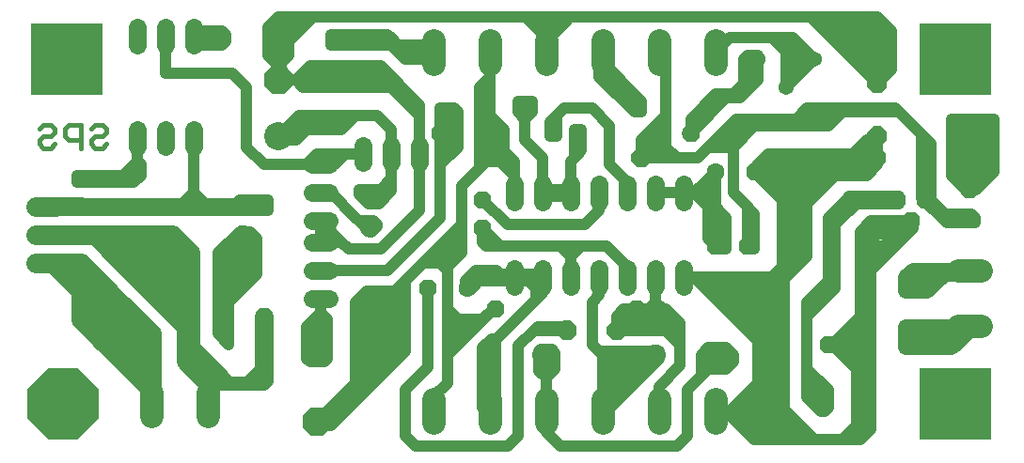
<source format=gbr>
G75*
G70*
%OFA0B0*%
%FSLAX24Y24*%
%IPPOS*%
%LPD*%
%AMOC8*
5,1,8,0,0,1.08239X$1,22.5*
%
%ADD10C,0.0180*%
%ADD11R,0.1125X0.4625*%
%ADD12C,0.0620*%
%ADD13OC8,0.0620*%
%ADD14OC8,0.0630*%
%ADD15C,0.0630*%
%ADD16C,0.0740*%
%ADD17C,0.0820*%
%ADD18OC8,0.0660*%
%ADD19OC8,0.1000*%
%ADD20C,0.0620*%
%ADD21C,0.0540*%
%ADD22C,0.1000*%
%ADD23C,0.0700*%
%ADD24C,0.0400*%
%ADD25OC8,0.0700*%
%ADD26C,0.0160*%
%ADD27C,0.0660*%
%ADD28C,0.0500*%
%ADD29OC8,0.2540*%
%ADD30R,0.2540X0.2540*%
%ADD31C,0.0530*%
D10*
X010418Y025233D02*
X010281Y025370D01*
X010281Y025507D01*
X010418Y025644D01*
X010691Y025644D01*
X010828Y025780D01*
X010828Y025917D01*
X010691Y026054D01*
X010418Y026054D01*
X010281Y025917D01*
X010418Y025233D02*
X010691Y025233D01*
X010828Y025370D01*
X011202Y025644D02*
X011338Y025507D01*
X011749Y025507D01*
X011749Y025233D02*
X011749Y026054D01*
X011338Y026054D01*
X011202Y025917D01*
X011202Y025644D01*
X012122Y025507D02*
X012122Y025370D01*
X012259Y025233D01*
X012533Y025233D01*
X012670Y025370D01*
X012533Y025644D02*
X012259Y025644D01*
X012122Y025507D01*
X012122Y025917D02*
X012259Y026054D01*
X012533Y026054D01*
X012670Y025917D01*
X012670Y025780D01*
X012533Y025644D01*
D11*
X036197Y018206D03*
D12*
X033135Y020333D02*
X033135Y020953D01*
X032135Y020953D02*
X032135Y020333D01*
X031135Y020333D02*
X031135Y020953D01*
X030135Y020953D02*
X030135Y020333D01*
X029135Y020333D02*
X029135Y020953D01*
X028135Y020953D02*
X028135Y020333D01*
X027135Y020333D02*
X027135Y020953D01*
X027135Y023333D02*
X027135Y023953D01*
X028135Y023953D02*
X028135Y023333D01*
X029135Y023333D02*
X029135Y023953D01*
X030135Y023953D02*
X030135Y023333D01*
X031135Y023333D02*
X031135Y023953D01*
X032135Y023953D02*
X032135Y023333D01*
X033135Y023333D02*
X033135Y023953D01*
X023760Y024708D02*
X023760Y025328D01*
X022760Y025328D02*
X022760Y024708D01*
X021760Y024708D02*
X021760Y025328D01*
X020570Y024643D02*
X019950Y024643D01*
X019950Y023643D02*
X020570Y023643D01*
X020570Y022643D02*
X019950Y022643D01*
X019950Y021893D02*
X020570Y021893D01*
X020570Y020893D02*
X019950Y020893D01*
X019950Y019893D02*
X020570Y019893D01*
X015760Y025273D02*
X015760Y025893D01*
X014760Y025893D02*
X014760Y025273D01*
X013760Y025273D02*
X013760Y025893D01*
X013760Y028893D02*
X013760Y029513D01*
X014760Y029513D02*
X014760Y028893D01*
X015760Y028893D02*
X015760Y029513D01*
D13*
X016760Y029143D03*
X020760Y029143D03*
X024510Y025768D03*
X027510Y026643D03*
X028510Y025768D03*
X029385Y025768D03*
X031510Y026643D03*
X033385Y025768D03*
X034260Y021768D03*
X035385Y021768D03*
X037385Y021768D03*
X038385Y021768D03*
X040385Y021768D03*
X041197Y022643D03*
X040697Y023393D03*
X041697Y023393D03*
X043260Y023768D03*
X044010Y024893D03*
X043260Y022768D03*
X041260Y020268D03*
X041260Y018268D03*
X038260Y018268D03*
X034260Y017768D03*
X031447Y019518D03*
X026447Y019518D03*
X026010Y022393D03*
X026010Y023393D03*
X022010Y023393D03*
X022010Y022393D03*
X018260Y023268D03*
X018260Y019268D03*
X011760Y020143D03*
X011760Y024143D03*
X040010Y024893D03*
D14*
X038010Y024818D03*
X035647Y024393D03*
X024060Y020268D03*
X036560Y016143D03*
D15*
X037960Y016143D03*
X034247Y024393D03*
X038010Y026218D03*
X025460Y020268D03*
D16*
X026260Y018143D03*
X028135Y017893D03*
X032135Y017893D03*
X023010Y018143D03*
D17*
X024270Y016303D02*
X024270Y015483D01*
X026250Y015483D02*
X026250Y016303D01*
X028270Y016303D02*
X028270Y015483D01*
X030250Y015483D02*
X030250Y016303D01*
X032270Y016303D02*
X032270Y015483D01*
X034250Y015483D02*
X034250Y016303D01*
X042850Y018903D02*
X043670Y018903D01*
X043670Y020883D02*
X042850Y020883D01*
X034250Y028233D02*
X034250Y029053D01*
X032270Y029053D02*
X032270Y028233D01*
X030250Y028233D02*
X030250Y029053D01*
X028270Y029053D02*
X028270Y028233D01*
X026250Y028233D02*
X026250Y029053D01*
X024270Y029053D02*
X024270Y028233D01*
X016250Y016553D02*
X016250Y015733D01*
X014270Y015733D02*
X014270Y016553D01*
D18*
X013760Y018893D03*
X016760Y018893D03*
X017510Y022143D03*
X012510Y022143D03*
D19*
X020135Y015518D03*
X020135Y018518D03*
X018760Y027643D03*
D20*
X038260Y020268D03*
D21*
X036760Y027393D03*
X037760Y028393D03*
X035760Y028393D03*
D22*
X018760Y025643D03*
D23*
X015010Y022143D02*
X014510Y022143D01*
X012510Y022143D01*
X012260Y022143D01*
X015510Y018893D01*
X015510Y019643D01*
X013260Y021893D01*
X013760Y021893D01*
X015260Y020393D01*
X015260Y021393D01*
X014760Y021893D01*
X014510Y021893D01*
X015010Y022143D02*
X015635Y021518D01*
X015635Y018143D01*
X016260Y017518D01*
X016260Y016143D01*
X014260Y016643D02*
X014260Y017393D01*
X014260Y018643D01*
X013010Y019893D01*
X011760Y021143D01*
X011760Y020893D01*
X014010Y018643D01*
X014010Y018393D02*
X013010Y019393D01*
X012510Y019393D01*
X013010Y018893D01*
X013010Y019893D01*
X012510Y019393D02*
X012010Y019893D01*
X012010Y020143D01*
X012010Y019893D02*
X012010Y019643D01*
X012510Y019143D01*
X012510Y018393D01*
X012760Y018643D01*
X013010Y018643D01*
X014260Y017393D01*
X014260Y016643D02*
X011760Y019143D01*
X011760Y019393D01*
X011760Y020143D01*
X010760Y021143D01*
X010510Y021143D01*
X011760Y021143D01*
X012010Y020893D01*
X010860Y021143D02*
X010160Y021143D01*
X010160Y022143D02*
X010860Y022143D01*
X010510Y022143D02*
X012260Y022143D01*
X010860Y023143D02*
X010160Y023143D01*
X043250Y020893D02*
X043260Y020883D01*
D24*
X043447Y022581D02*
X042572Y022581D01*
X042447Y022581D01*
X042510Y022643D01*
X042635Y022643D01*
X042572Y022581D02*
X042385Y022768D01*
X043260Y022768D01*
X043322Y022893D02*
X043447Y022768D01*
X043447Y022581D01*
X043322Y022893D02*
X042385Y022893D01*
X041885Y023393D01*
X041885Y025393D01*
X041572Y025706D01*
X041572Y023456D01*
X042447Y022581D01*
X042385Y022768D02*
X041697Y023393D01*
X041572Y023456D01*
X040760Y023518D02*
X040760Y023268D01*
X038822Y023268D01*
X038510Y022956D01*
X038510Y022518D01*
X039385Y023393D01*
X040697Y023393D01*
X040760Y023518D02*
X039010Y023518D01*
X038885Y023393D01*
X039385Y023393D01*
X038885Y023393D02*
X038385Y022893D01*
X038260Y022768D01*
X038260Y020518D01*
X038072Y020331D01*
X037510Y019768D01*
X037510Y019518D01*
X038260Y020268D01*
X038385Y020393D01*
X038385Y021768D01*
X038385Y022893D01*
X038510Y022518D02*
X038510Y020331D01*
X038510Y020268D01*
X037510Y019268D01*
X037510Y019518D01*
X037510Y019268D02*
X037510Y017393D01*
X038260Y016643D01*
X038260Y016018D01*
X038135Y015893D01*
X038010Y015893D01*
X037510Y016393D01*
X037510Y017143D01*
X038260Y016643D01*
X037760Y016518D01*
X037960Y016143D01*
X037635Y016643D02*
X037510Y017393D01*
X037510Y017143D01*
X036635Y016143D02*
X036560Y016143D01*
X036635Y016143D02*
X036635Y020518D01*
X036510Y020643D01*
X033510Y020643D01*
X035760Y018393D01*
X035760Y016893D01*
X034760Y015893D01*
X034250Y015893D01*
X034385Y015768D02*
X034760Y015768D01*
X035635Y014893D01*
X037510Y014893D01*
X036760Y015643D01*
X035135Y015643D01*
X035010Y015768D01*
X035135Y015768D01*
X035760Y015143D01*
X037010Y015143D01*
X036760Y015393D01*
X035760Y015393D01*
X036510Y015268D02*
X036510Y015518D01*
X036760Y015768D01*
X036635Y015893D01*
X036697Y015956D01*
X036697Y020831D01*
X036760Y020893D01*
X036885Y021018D02*
X036885Y021393D01*
X037010Y021393D01*
X037135Y021518D01*
X037135Y024393D01*
X036760Y024518D02*
X036760Y021143D01*
X036885Y021018D01*
X036635Y021018D02*
X036635Y023393D01*
X035635Y024393D01*
X035760Y024393D01*
X035760Y024643D01*
X036135Y025018D01*
X039135Y025018D01*
X039635Y025518D01*
X040010Y025518D01*
X040010Y024893D01*
X040010Y024643D01*
X039635Y024268D01*
X038760Y024268D01*
X039760Y025268D01*
X039760Y024893D01*
X040010Y024643D02*
X038885Y024643D01*
X038635Y024643D01*
X038510Y024518D01*
X038635Y024518D01*
X039135Y025018D01*
X038885Y024643D02*
X037385Y023143D01*
X037385Y022643D01*
X037385Y021768D02*
X037510Y024643D01*
X035760Y024643D01*
X035647Y024531D01*
X035647Y024393D01*
X035760Y024393D02*
X035885Y024393D01*
X036760Y023518D01*
X036760Y023768D01*
X036135Y024393D01*
X036635Y024393D01*
X036760Y024518D01*
X037510Y024643D02*
X038010Y024643D01*
X038010Y024818D01*
X038010Y024643D02*
X038635Y024643D01*
X038510Y024518D02*
X038260Y024268D01*
X038760Y024268D01*
X038260Y024268D02*
X037760Y023768D01*
X037760Y024393D01*
X037885Y024518D01*
X038010Y024393D01*
X037510Y023518D02*
X037510Y021393D01*
X037385Y021768D01*
X037510Y021393D02*
X036635Y020518D01*
X036135Y020518D02*
X036635Y021018D01*
X036135Y020518D02*
X035760Y020518D01*
X035510Y020518D02*
X035760Y020268D01*
X035510Y020518D02*
X035010Y020518D01*
X035760Y019768D01*
X035760Y019268D01*
X034635Y020393D01*
X034135Y020393D01*
X035885Y018643D01*
X035885Y016518D01*
X035385Y016018D01*
X035135Y016018D01*
X034760Y015893D02*
X036635Y016018D01*
X036635Y016143D01*
X036635Y016018D02*
X036697Y015956D01*
X037760Y014893D01*
X037510Y014893D01*
X037760Y014893D02*
X038760Y014893D01*
X039260Y015393D01*
X039260Y014893D01*
X039385Y014893D01*
X039760Y015268D01*
X039760Y018768D01*
X039260Y018268D01*
X039010Y018268D01*
X039385Y018643D01*
X039385Y018893D01*
X038885Y018393D01*
X039010Y018268D02*
X038760Y018268D01*
X039635Y017393D01*
X039635Y018143D01*
X039510Y018268D01*
X039385Y018268D01*
X039260Y018143D01*
X039510Y017893D01*
X039260Y017518D02*
X039260Y015393D01*
X039385Y014893D01*
X039385Y017268D01*
X038385Y018268D01*
X038885Y018768D01*
X039135Y018768D01*
X038885Y018768D02*
X039385Y019268D01*
X039385Y018893D01*
X039385Y019268D02*
X039385Y022268D01*
X039760Y022643D01*
X040010Y022393D01*
X040010Y022143D01*
X040135Y022268D01*
X040135Y022393D01*
X040260Y022268D01*
X040260Y022143D01*
X040760Y022643D01*
X041197Y022643D01*
X041260Y022393D01*
X039760Y020893D01*
X039760Y021143D01*
X040385Y021768D01*
X041197Y022643D01*
X039760Y022643D01*
X039760Y021768D01*
X040385Y021768D01*
X039760Y021768D02*
X039760Y021143D01*
X039760Y020893D02*
X039760Y018768D01*
X038760Y018268D02*
X038760Y018143D01*
X039260Y017518D01*
X038760Y018268D02*
X038385Y018268D01*
X038260Y018268D01*
X038322Y020143D02*
X038072Y020143D01*
X038072Y020331D01*
X038322Y020143D02*
X038510Y020331D01*
X035635Y021643D02*
X035385Y021643D01*
X035385Y021768D01*
X035385Y023143D01*
X034885Y023643D01*
X034885Y025268D01*
X034385Y025268D01*
X035260Y026143D01*
X035510Y026143D02*
X037935Y026143D01*
X038010Y026218D01*
X038085Y026218D01*
X038510Y026643D01*
X040635Y026643D01*
X040760Y026518D01*
X038760Y026518D01*
X038260Y026018D01*
X035635Y026018D01*
X034885Y025268D01*
X034885Y025393D01*
X035510Y026143D01*
X035010Y026268D02*
X037135Y026268D01*
X037510Y026643D01*
X037510Y026393D01*
X037635Y026518D01*
X038760Y026518D01*
X038510Y026643D02*
X037510Y026643D01*
X036760Y027393D02*
X036760Y028643D01*
X036260Y029143D01*
X036635Y029143D01*
X037385Y028393D01*
X037010Y028018D01*
X037010Y028518D01*
X037010Y029143D02*
X037760Y028393D01*
X036760Y027393D01*
X035760Y027643D02*
X035760Y028393D01*
X035760Y028518D01*
X035385Y028518D01*
X035260Y028393D01*
X035260Y027393D01*
X035510Y027643D01*
X035510Y027768D01*
X034885Y027143D01*
X035260Y027143D01*
X035135Y027018D01*
X034510Y027018D01*
X034260Y027143D02*
X034760Y027143D01*
X033385Y025768D01*
X033260Y025768D01*
X033385Y025768D02*
X033385Y026268D01*
X034260Y027143D01*
X034760Y027143D02*
X034885Y027143D01*
X035260Y027143D02*
X035260Y027393D01*
X035510Y027393D02*
X035760Y027643D01*
X035510Y027768D02*
X035510Y028268D01*
X035510Y027393D02*
X035260Y027143D01*
X035010Y026268D02*
X034135Y025393D01*
X034010Y025268D01*
X034385Y025268D01*
X034135Y025393D02*
X034885Y025393D01*
X034010Y025268D02*
X033635Y024893D01*
X032885Y024893D01*
X032510Y025268D01*
X032510Y026143D01*
X031885Y025518D01*
X031885Y025018D01*
X032260Y025018D01*
X032385Y025143D01*
X032385Y025518D01*
X032260Y025518D01*
X032135Y025393D01*
X031635Y025518D02*
X032510Y026393D01*
X032510Y026143D01*
X032510Y026393D02*
X032510Y028393D01*
X032260Y028633D01*
X032270Y028643D01*
X031510Y027018D02*
X030385Y028143D01*
X030135Y028143D01*
X030135Y027768D01*
X031385Y026518D01*
X031635Y026518D01*
X031635Y026643D01*
X031635Y026893D01*
X031510Y027018D01*
X031510Y026643D02*
X031635Y026643D01*
X031510Y026643D02*
X030260Y027893D01*
X030260Y028633D01*
X030250Y028643D01*
X029010Y029768D02*
X028385Y029143D01*
X028260Y029143D01*
X028260Y029268D01*
X028135Y029393D01*
X028135Y029643D01*
X028385Y029893D01*
X028760Y029893D01*
X037635Y029893D01*
X038010Y029893D01*
X038510Y029893D01*
X040010Y028393D01*
X040010Y028893D01*
X039385Y029518D01*
X039135Y029518D01*
X039010Y029643D02*
X038760Y029893D01*
X038510Y029893D01*
X038760Y029893D02*
X040010Y029893D01*
X040510Y029393D01*
X040510Y028393D01*
X040010Y027893D01*
X039885Y028018D02*
X040135Y028268D01*
X040135Y029393D01*
X039885Y029643D01*
X039010Y029643D01*
X039385Y029518D02*
X039510Y029518D01*
X040010Y029018D01*
X040010Y028893D01*
X040510Y028393D02*
X040510Y028018D01*
X040135Y027643D01*
X040010Y027518D02*
X037635Y029893D01*
X038010Y029893D02*
X039885Y028018D01*
X040760Y026518D02*
X041572Y025706D01*
X042635Y026268D02*
X044135Y026268D01*
X044135Y024393D01*
X043510Y023768D01*
X043260Y023768D01*
X043260Y023893D01*
X044010Y024643D01*
X044010Y026018D01*
X043010Y026018D01*
X043010Y024393D01*
X043135Y024268D01*
X043260Y024268D01*
X043760Y024768D01*
X043760Y025768D01*
X043260Y025768D01*
X043260Y025018D01*
X043510Y025018D01*
X043510Y025518D01*
X043260Y024893D02*
X043260Y023768D01*
X043135Y023768D01*
X042635Y024268D01*
X042635Y026268D01*
X043260Y024893D02*
X044010Y024893D01*
X040010Y025518D02*
X040010Y025643D01*
X035635Y022893D02*
X035635Y021643D01*
X035385Y021768D02*
X035510Y023018D01*
X035635Y022893D01*
X035510Y023018D02*
X035385Y023143D01*
X034635Y022768D02*
X034635Y021643D01*
X034385Y021643D01*
X034010Y022018D01*
X034010Y022268D01*
X034260Y021768D01*
X034510Y021893D01*
X034135Y022268D01*
X034135Y023018D01*
X033510Y023643D01*
X033885Y024018D01*
X033885Y023768D01*
X034010Y023643D01*
X034010Y022268D01*
X034510Y022893D02*
X034635Y022768D01*
X034510Y022893D02*
X034260Y023143D01*
X034260Y023393D01*
X034010Y023643D01*
X033760Y023643D02*
X033760Y023893D01*
X034247Y024393D01*
X034260Y024393D02*
X034260Y023393D01*
X034260Y023143D02*
X033760Y023643D01*
X033510Y023643D01*
X033135Y023643D01*
X032135Y023643D01*
X031135Y023643D02*
X031135Y024018D01*
X030510Y024643D01*
X030510Y026018D01*
X029885Y026643D01*
X028885Y026643D01*
X028635Y026393D01*
X028635Y025643D01*
X028385Y025643D01*
X028385Y026143D01*
X028510Y026268D01*
X028510Y025768D01*
X028635Y025643D01*
X029260Y025768D02*
X029260Y025893D01*
X029510Y025893D01*
X029510Y025143D01*
X029385Y025018D01*
X029385Y025768D01*
X029260Y025768D01*
X029260Y024893D01*
X029385Y025018D01*
X029260Y024893D02*
X029135Y024768D01*
X029135Y023768D01*
X028260Y023768D01*
X028260Y023643D01*
X029135Y023643D01*
X029135Y023518D01*
X028135Y023518D01*
X028135Y023643D02*
X028260Y023643D01*
X028260Y023768D02*
X028260Y023893D01*
X028135Y023643D02*
X028135Y024893D01*
X027510Y025518D01*
X027510Y026268D01*
X027760Y026518D01*
X027760Y026893D01*
X027260Y026893D01*
X027260Y026518D01*
X027510Y026268D01*
X027510Y026643D01*
X026760Y025893D02*
X026260Y026393D01*
X025885Y026018D01*
X025885Y027393D01*
X026260Y027768D01*
X026260Y027653D02*
X026250Y028643D01*
X027520Y029893D02*
X028385Y029893D01*
X028760Y029893D02*
X028270Y029403D01*
X028270Y029143D01*
X027520Y029893D01*
X020010Y029893D01*
X019635Y029893D01*
X019260Y029518D01*
X019135Y029518D01*
X018885Y029268D01*
X019135Y029018D02*
X020010Y029893D01*
X019635Y029893D02*
X019010Y029893D01*
X018760Y029893D01*
X018385Y029518D01*
X018385Y028518D01*
X018885Y028018D01*
X018885Y027643D01*
X018760Y027643D01*
X018760Y028143D01*
X019135Y028518D01*
X019135Y029018D01*
X018760Y029643D02*
X019010Y029893D01*
X018760Y029643D02*
X018760Y027643D01*
X018885Y027643D02*
X019385Y027643D01*
X019635Y027393D01*
X022760Y027393D01*
X023760Y026393D01*
X023760Y026768D01*
X022385Y028143D01*
X019885Y028143D01*
X019635Y027893D01*
X019385Y027643D01*
X019760Y027643D01*
X020010Y027893D01*
X019635Y027893D01*
X019760Y027643D02*
X022510Y027643D01*
X022760Y027393D01*
X022385Y027893D02*
X020010Y027893D01*
X020635Y028893D02*
X022760Y028893D01*
X023260Y028393D01*
X024260Y028393D01*
X024385Y028393D02*
X024385Y028768D01*
X024260Y028893D01*
X023010Y028893D01*
X022760Y028893D01*
X022760Y029143D02*
X023010Y028893D01*
X023135Y028768D01*
X024260Y028768D01*
X024260Y028893D01*
X024270Y028643D02*
X023260Y028643D01*
X023135Y028768D01*
X022760Y029143D02*
X022635Y029268D01*
X020635Y029268D01*
X020635Y028893D01*
X020760Y029143D02*
X020635Y029268D01*
X020760Y029143D02*
X022760Y029143D01*
X026260Y027653D02*
X026260Y026393D01*
X026260Y026018D01*
X026385Y025893D01*
X026385Y025268D01*
X026635Y025268D01*
X027135Y024768D01*
X027135Y024518D01*
X026760Y024893D01*
X026760Y025893D01*
X026260Y026018D02*
X026260Y024893D01*
X025885Y024518D01*
X025885Y026018D01*
X026010Y025893D01*
X026010Y025268D01*
X026385Y025268D02*
X026510Y025143D01*
X026760Y024893D02*
X026260Y024893D01*
X026010Y024768D02*
X026635Y024768D01*
X027135Y024268D01*
X027135Y024393D01*
X027135Y024518D01*
X027135Y024268D02*
X027135Y023643D01*
X026010Y023393D02*
X026885Y022518D01*
X029635Y022518D01*
X030135Y023018D01*
X030135Y023643D01*
X029135Y023643D02*
X029135Y023768D01*
X031635Y024893D02*
X031635Y025518D01*
X031635Y024893D02*
X032885Y024893D01*
X034510Y022893D02*
X034260Y021768D01*
X033510Y020643D02*
X033135Y020643D01*
X032135Y020643D02*
X032135Y019768D01*
X032385Y019518D01*
X032135Y019518D01*
X032135Y019143D01*
X031385Y019143D01*
X031260Y019268D01*
X031510Y019268D02*
X031635Y019268D01*
X032135Y019768D01*
X032135Y019518D01*
X033010Y018768D01*
X033010Y018893D01*
X033010Y019018D01*
X032510Y019518D01*
X032385Y019518D01*
X032385Y019268D02*
X032885Y018768D01*
X032510Y018768D01*
X032135Y019143D01*
X032135Y018768D01*
X032510Y018768D01*
X033010Y018268D01*
X033010Y018768D01*
X033010Y018893D02*
X032635Y019268D01*
X032385Y019268D01*
X032135Y019518D02*
X031447Y019518D01*
X031135Y019518D01*
X031135Y019018D01*
X031885Y019018D01*
X032135Y018768D01*
X030760Y018768D01*
X030760Y019268D01*
X031010Y019518D01*
X031135Y019518D01*
X030135Y020018D02*
X030135Y020643D01*
X030135Y020018D02*
X029885Y019768D01*
X029885Y018268D01*
X030135Y018018D01*
X032260Y018018D01*
X032260Y017768D01*
X031385Y016893D01*
X030885Y016393D01*
X030260Y015768D01*
X030250Y015893D02*
X030250Y017883D01*
X030260Y017893D01*
X030635Y017518D01*
X030635Y016768D01*
X030510Y016643D01*
X030635Y016643D01*
X031760Y017768D01*
X030885Y017768D01*
X030760Y017643D01*
X031260Y017643D01*
X030760Y017143D01*
X031260Y017643D02*
X031385Y017643D01*
X032135Y017893D02*
X030260Y017893D01*
X030135Y018018D01*
X029010Y018643D02*
X029010Y018768D01*
X027822Y018768D01*
X027885Y018831D01*
X027947Y018893D01*
X029010Y018893D01*
X029010Y018768D01*
X027885Y018831D01*
X027822Y018768D02*
X027260Y018206D01*
X027260Y015018D01*
X026885Y014643D01*
X023635Y014643D01*
X023260Y015018D01*
X023260Y016643D01*
X024060Y017443D01*
X024060Y020268D01*
X023260Y020518D02*
X023260Y018018D01*
X022385Y017143D01*
X022135Y017518D01*
X020135Y015518D01*
X021510Y016643D01*
X021510Y016268D01*
X020635Y015518D01*
X021760Y016518D01*
X021760Y016893D01*
X021760Y019018D01*
X022010Y019268D01*
X022385Y019643D01*
X022385Y017143D01*
X021760Y016518D01*
X021510Y016268D01*
X020635Y015393D01*
X020635Y015518D01*
X020635Y015393D02*
X020135Y015518D01*
X021510Y016643D02*
X021510Y018768D01*
X021510Y019768D01*
X021885Y020143D01*
X022385Y020143D01*
X021635Y019393D01*
X022010Y019268D02*
X022010Y018143D01*
X023010Y018143D01*
X022885Y017893D02*
X022635Y017643D01*
X022635Y018518D01*
X022010Y017893D01*
X022010Y017518D01*
X021885Y018018D02*
X022010Y018143D01*
X021635Y018268D02*
X021635Y018643D01*
X021510Y018768D01*
X021760Y019018D01*
X022385Y019643D02*
X023885Y021143D01*
X024260Y021143D01*
X024510Y021143D01*
X024760Y020893D01*
X024760Y021018D01*
X025260Y021518D01*
X025260Y022143D01*
X025010Y021893D01*
X025010Y021518D01*
X024760Y021143D02*
X024510Y021393D01*
X024510Y021268D01*
X024260Y021143D01*
X024510Y021143D02*
X024760Y021143D01*
X024760Y021893D01*
X024697Y021956D01*
X025260Y022518D01*
X025260Y022143D01*
X025260Y022518D02*
X025260Y023893D01*
X025885Y024518D01*
X025135Y025268D02*
X025135Y026518D01*
X025010Y026643D01*
X024510Y026643D01*
X024510Y025768D01*
X024510Y025268D01*
X024635Y025143D01*
X024635Y025393D01*
X024885Y025643D01*
X024885Y026268D01*
X024760Y026393D01*
X024760Y025268D01*
X024885Y025143D01*
X025135Y025268D02*
X024510Y024643D01*
X024510Y025268D01*
X024510Y024643D02*
X024510Y022768D01*
X022635Y020893D01*
X020260Y020893D01*
X021260Y021643D02*
X021010Y021893D01*
X020385Y022518D01*
X020385Y022018D01*
X020260Y021893D02*
X021010Y021893D01*
X021260Y021643D02*
X022385Y021643D01*
X023760Y023018D01*
X023760Y025018D01*
X023760Y026393D01*
X022760Y025893D02*
X022760Y025018D01*
X022760Y024143D01*
X022385Y023768D01*
X021760Y023768D01*
X021635Y023643D01*
X021635Y023581D01*
X021947Y023268D01*
X022322Y023268D01*
X022760Y023706D01*
X022760Y023893D01*
X022760Y023956D01*
X022760Y024143D01*
X022760Y023893D02*
X022260Y023393D01*
X022010Y023393D01*
X021885Y023393D01*
X021635Y023643D01*
X021635Y023768D01*
X021760Y023768D01*
X020760Y024643D02*
X021135Y025018D01*
X020135Y025018D01*
X019760Y024643D01*
X018260Y024643D01*
X017635Y025268D01*
X017635Y027393D01*
X017135Y027893D01*
X014760Y027893D01*
X014760Y028893D01*
X015760Y028893D02*
X016760Y028893D01*
X016885Y029018D01*
X016885Y029268D01*
X016760Y029393D01*
X015760Y029393D01*
X015760Y029143D01*
X016760Y029143D01*
X015760Y029143D02*
X015760Y028893D01*
X018760Y025643D02*
X019510Y026393D01*
X021010Y026393D01*
X020760Y026143D01*
X019760Y026143D01*
X019260Y025643D01*
X019385Y025518D02*
X019760Y025893D01*
X021010Y025893D01*
X021510Y026393D01*
X021010Y026393D01*
X021510Y026393D02*
X022260Y026393D01*
X022760Y025893D01*
X021760Y025018D02*
X021385Y025018D01*
X021135Y025018D01*
X020760Y024643D02*
X020260Y024643D01*
X019760Y024643D01*
X019385Y025518D02*
X018760Y025518D01*
X020260Y023643D02*
X020635Y023643D01*
X021510Y022768D01*
X021635Y022643D01*
X022010Y022268D01*
X022072Y022268D01*
X022260Y022456D01*
X022260Y022518D01*
X022135Y022643D01*
X021635Y022643D01*
X021885Y022393D01*
X022010Y022393D01*
X020260Y022643D02*
X020260Y021893D01*
X018385Y023018D02*
X018385Y023268D01*
X018385Y023393D01*
X017385Y023393D01*
X017135Y023143D01*
X017010Y023143D01*
X016260Y023143D02*
X015760Y023643D01*
X015760Y025893D01*
X013760Y025893D02*
X013760Y024768D01*
X013885Y024643D01*
X013885Y024268D01*
X013635Y024018D01*
X011635Y024018D01*
X011635Y024268D01*
X013260Y024268D01*
X013760Y024768D01*
X013760Y024143D01*
X011760Y024143D01*
X011760Y023143D02*
X015260Y023143D01*
X015760Y023643D01*
X015760Y023143D01*
X016260Y023143D01*
X018260Y023268D01*
X018385Y023268D02*
X011260Y023268D01*
X011385Y023018D02*
X018385Y023018D01*
X017760Y022268D02*
X018010Y022018D01*
X018010Y020768D01*
X017010Y019768D01*
X017010Y019893D01*
X017010Y019768D02*
X017010Y019643D01*
X017010Y018643D01*
X017010Y018268D01*
X016635Y018643D01*
X016635Y019768D01*
X017760Y020893D01*
X017760Y021893D01*
X017885Y022018D01*
X017885Y021393D01*
X017010Y020518D01*
X017010Y021018D01*
X016885Y021143D01*
X016885Y021268D01*
X017385Y021768D01*
X017385Y022268D02*
X017760Y022268D01*
X017385Y022268D02*
X016635Y021518D01*
X016635Y019768D01*
X016760Y018893D02*
X016635Y018768D01*
X016635Y018643D02*
X017010Y018643D01*
X018135Y019268D02*
X018385Y019268D01*
X018385Y016956D01*
X018260Y016831D01*
X016447Y016831D01*
X016385Y016768D01*
X017510Y016893D02*
X017635Y016893D01*
X018260Y017518D01*
X018135Y017018D02*
X018135Y019268D01*
X019760Y018893D02*
X019760Y017768D01*
X019885Y017643D01*
X020385Y017643D01*
X020510Y017768D01*
X020510Y018893D01*
X020510Y019143D02*
X020260Y019393D01*
X019760Y018893D01*
X019885Y018893D02*
X019885Y017893D01*
X020385Y017893D01*
X020510Y017768D01*
X020510Y019143D01*
X020260Y019393D02*
X020260Y019893D01*
X020260Y019393D02*
X020135Y018518D01*
X022385Y020143D02*
X023010Y020143D01*
X023135Y020143D02*
X022885Y019893D01*
X022885Y017893D01*
X022635Y018518D02*
X022635Y019518D01*
X024760Y019518D02*
X025260Y019018D01*
X025010Y018768D01*
X024885Y018393D02*
X025385Y018893D01*
X024885Y019143D02*
X024885Y018393D01*
X024885Y018268D01*
X024760Y017893D02*
X024760Y016893D01*
X024270Y016403D01*
X024270Y015893D01*
X026010Y016018D02*
X026135Y015893D01*
X026250Y015893D02*
X026250Y016403D01*
X026260Y016393D01*
X026260Y015893D01*
X026385Y015956D02*
X026447Y016018D01*
X026447Y018081D01*
X026447Y017956D02*
X026260Y017768D01*
X026260Y016893D01*
X026010Y016643D01*
X026010Y016018D01*
X026385Y015956D02*
X026385Y015768D01*
X026260Y016393D02*
X026260Y016893D01*
X026010Y016643D02*
X026010Y018143D01*
X026322Y018456D01*
X026447Y018456D01*
X026447Y017956D01*
X026260Y017768D02*
X026260Y018206D01*
X028135Y020081D01*
X028135Y020643D01*
X027635Y020643D01*
X027885Y020393D01*
X027885Y020268D01*
X027635Y020518D01*
X025510Y020518D01*
X025385Y020518D02*
X025760Y020893D01*
X026510Y020893D01*
X026760Y020643D01*
X027135Y020643D01*
X027635Y020643D01*
X027885Y020268D02*
X027885Y020143D01*
X028135Y020393D01*
X028135Y020768D01*
X026510Y020768D01*
X026760Y020643D02*
X026010Y020643D01*
X025585Y020218D01*
X025460Y020268D01*
X025510Y020268D02*
X025385Y020268D01*
X025385Y020518D01*
X024760Y020893D02*
X024760Y019518D01*
X024760Y017893D01*
X026385Y019518D01*
X026010Y019143D01*
X024885Y019143D01*
X026385Y019518D02*
X026447Y019518D01*
X027885Y019893D02*
X027885Y020143D01*
X029135Y020643D02*
X029135Y021393D01*
X029510Y021768D01*
X029135Y021768D01*
X029135Y021393D01*
X028760Y021768D01*
X029135Y021768D01*
X029510Y021768D02*
X030385Y021768D01*
X031135Y021018D01*
X031135Y020643D01*
X028760Y021768D02*
X026760Y021768D01*
X026635Y021768D01*
X026135Y021768D01*
X026010Y021893D01*
X026010Y022393D01*
X026635Y021768D01*
X024697Y021956D02*
X023885Y021143D01*
X024760Y021143D02*
X024760Y021018D01*
X028010Y018018D02*
X028010Y017331D01*
X028260Y017081D01*
X028572Y017393D01*
X028572Y017956D01*
X028447Y018081D01*
X028135Y018081D01*
X028072Y018081D01*
X028010Y018018D01*
X028135Y018081D02*
X028197Y018018D01*
X028260Y018018D01*
X028260Y017893D02*
X028135Y017893D01*
X028260Y017893D02*
X028260Y017081D01*
X028260Y015903D01*
X028270Y015893D01*
X028260Y015883D01*
X028260Y015143D01*
X028760Y014643D01*
X032885Y014643D01*
X033260Y015018D01*
X033260Y016643D01*
X033760Y017143D01*
X033760Y017393D01*
X034260Y017893D01*
X034260Y017768D02*
X034260Y017643D01*
X034510Y017893D01*
X034760Y017893D01*
X034885Y017768D01*
X034885Y017893D01*
X034635Y018143D01*
X034010Y018143D01*
X033760Y017893D01*
X033760Y017393D01*
X034010Y017393D02*
X033760Y017143D01*
X034010Y017393D02*
X034635Y017393D01*
X034885Y017643D01*
X034885Y017768D01*
X034760Y017643D01*
X034260Y017643D02*
X034010Y017393D01*
X033010Y017518D02*
X032260Y016768D01*
X032260Y015903D01*
X032270Y015893D01*
X030885Y016393D02*
X030260Y016393D01*
X033010Y017518D02*
X033010Y018268D01*
X037010Y015143D02*
X037135Y015143D01*
X038760Y014893D02*
X039260Y014893D01*
X026250Y016403D02*
X026010Y016643D01*
X015760Y023143D02*
X015260Y023143D01*
X028510Y026268D02*
X028635Y026393D01*
X028270Y028643D02*
X028270Y029143D01*
X034250Y028643D02*
X034260Y028643D01*
X034760Y029143D01*
X036260Y029143D01*
X036635Y029143D02*
X037010Y029143D01*
D25*
X040010Y027518D03*
X040010Y025643D03*
X031635Y024893D03*
X026760Y024893D03*
X029010Y018768D03*
X030760Y018768D03*
D26*
X022135Y017268D02*
X021760Y016893D01*
D27*
X016260Y016893D02*
X016260Y016153D01*
X016250Y016143D01*
X016260Y016893D02*
X015510Y017643D01*
X015510Y018893D01*
X014510Y022143D01*
X012010Y020893D02*
X011760Y020143D01*
X011760Y021143D01*
X011760Y019393D02*
X013010Y018893D01*
X013760Y018893D01*
X014010Y018643D01*
X014270Y018383D01*
X014270Y016143D01*
X011760Y023143D02*
X010510Y023143D01*
D28*
X016760Y020643D02*
X016760Y018893D01*
X018260Y019268D02*
X018260Y017518D01*
X018197Y016893D01*
X017510Y016893D01*
X017010Y016893D01*
X016385Y017518D01*
X016260Y016893D02*
X017010Y016893D01*
X016760Y020643D02*
X017510Y021393D01*
X017510Y022143D01*
X041260Y020268D02*
X041885Y020893D01*
X042260Y020893D01*
X042510Y020893D02*
X043250Y020893D01*
X043260Y018903D02*
X043260Y018768D01*
X042760Y018268D01*
X041260Y018268D01*
D29*
X011135Y016143D03*
D30*
X011260Y028393D03*
X042760Y028393D03*
X042760Y016143D03*
D31*
X042635Y018143D02*
X041010Y018143D01*
X041010Y018893D01*
X043135Y018893D01*
X043260Y018768D02*
X041635Y018768D01*
X041260Y018393D01*
X042635Y018143D02*
X043260Y018768D01*
X041760Y020143D02*
X042385Y020768D01*
X043260Y020768D01*
X043260Y020893D02*
X042510Y020893D01*
X042385Y020768D01*
X042260Y020893D01*
X041635Y020893D01*
X041260Y020893D01*
X041010Y020643D01*
X041010Y020143D01*
X041760Y020143D01*
X042260Y020893D02*
X042510Y020893D01*
M02*

</source>
